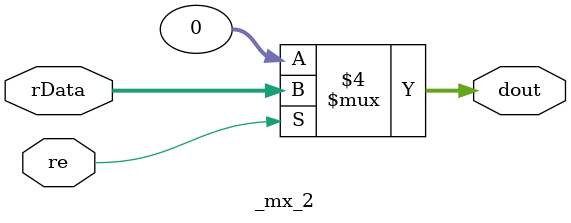
<source format=v>
module _mx_2(rData, re, dout);	//2 input MUX
	input re;	
	input [31:0] rData;
	output reg [31:0] dout;
			
	always@(rData,re)
	begin
		if(re == 1'b1) 
			dout = rData;	
		else 
			dout = 32'h00;	
	end
endmodule 
</source>
